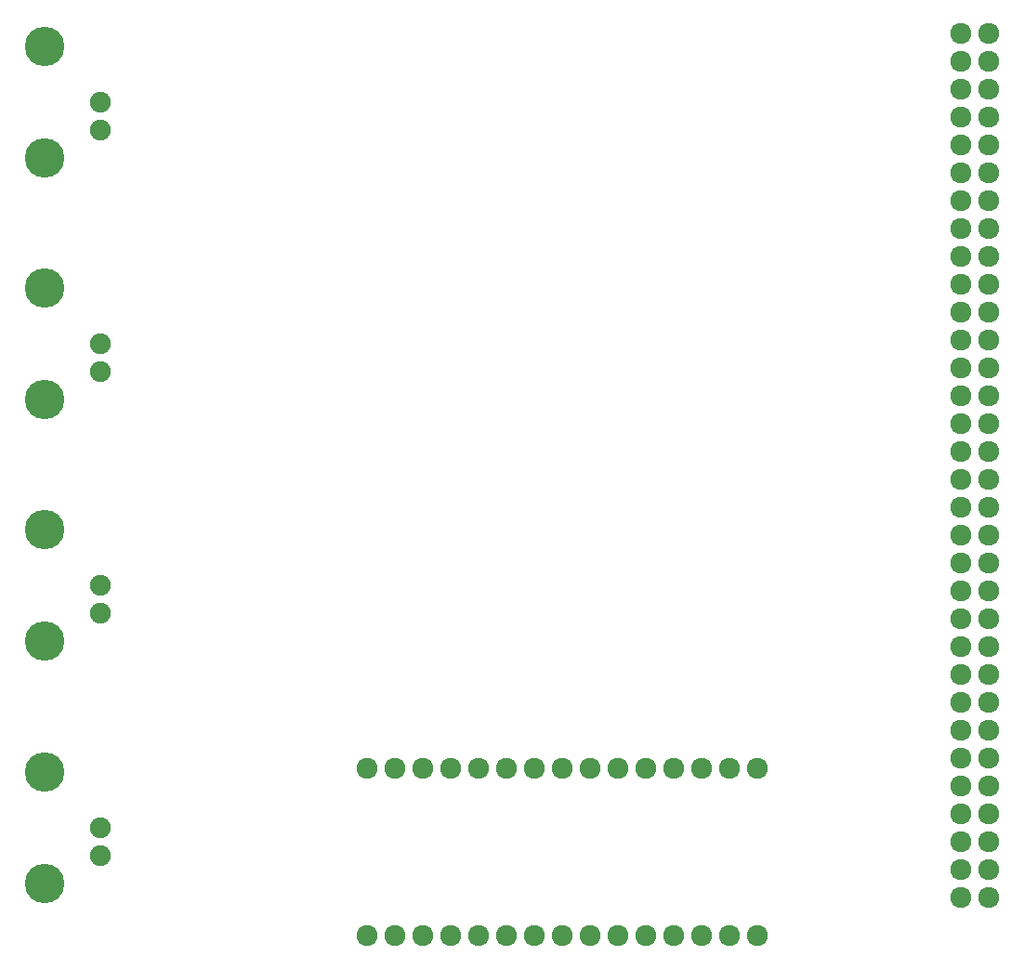
<source format=gbr>
G04 #@! TF.FileFunction,Soldermask,Bot*
%FSLAX46Y46*%
G04 Gerber Fmt 4.6, Leading zero omitted, Abs format (unit mm)*
G04 Created by KiCad (PCBNEW 4.0.7-e2-6376~61~ubuntu18.04.1) date Wed Mar 18 18:40:07 2020*
%MOMM*%
%LPD*%
G01*
G04 APERTURE LIST*
%ADD10C,0.100000*%
%ADD11C,1.900000*%
%ADD12C,3.600000*%
%ADD13C,1.924000*%
G04 APERTURE END LIST*
D10*
D11*
X134086600Y-75971400D03*
D12*
X129006600Y-68351400D03*
X129006600Y-78511400D03*
D11*
X134086600Y-73431400D03*
X134086600Y-98018600D03*
D12*
X129006600Y-90398600D03*
X129006600Y-100558600D03*
D11*
X134086600Y-95478600D03*
X134112000Y-120015000D03*
D12*
X129032000Y-112395000D03*
X129032000Y-122555000D03*
D11*
X134112000Y-117475000D03*
X134112000Y-142113000D03*
D12*
X129032000Y-134493000D03*
X129032000Y-144653000D03*
D11*
X134112000Y-139573000D03*
D13*
X212547200Y-67183000D03*
X212547200Y-69723000D03*
X212547200Y-72263000D03*
X212547200Y-74803000D03*
X212547200Y-77343000D03*
X212547200Y-79883000D03*
X212547200Y-82423000D03*
X212547200Y-84963000D03*
X212547200Y-87503000D03*
X212547200Y-90043000D03*
X212547200Y-92583000D03*
X212547200Y-95123000D03*
X212547200Y-97663000D03*
X212547200Y-100203000D03*
X212547200Y-102743000D03*
X212547200Y-105283000D03*
X212547200Y-107823000D03*
X212547200Y-110363000D03*
X212547200Y-112903000D03*
X212547200Y-115443000D03*
X212547200Y-117983000D03*
X212547200Y-120523000D03*
X212547200Y-123063000D03*
X212547200Y-125603000D03*
X212547200Y-128143000D03*
X212547200Y-130683000D03*
X212547200Y-133223000D03*
X212547200Y-135763000D03*
X212547200Y-138303000D03*
X212547200Y-140843000D03*
X212547200Y-143383000D03*
X212547200Y-145923000D03*
X215087200Y-67183000D03*
X215087200Y-69723000D03*
X215087200Y-72263000D03*
X215087200Y-74803000D03*
X215087200Y-77343000D03*
X215087200Y-79883000D03*
X215087200Y-82423000D03*
X215087200Y-84963000D03*
X215087200Y-87503000D03*
X215087200Y-90043000D03*
X215087200Y-92583000D03*
X215087200Y-95123000D03*
X215087200Y-97663000D03*
X215087200Y-100203000D03*
X215087200Y-102743000D03*
X215087200Y-105283000D03*
X215087200Y-107823000D03*
X215087200Y-110363000D03*
X215087200Y-112903000D03*
X215087200Y-115443000D03*
X215087200Y-117983000D03*
X215087200Y-120523000D03*
X215087200Y-123063000D03*
X215087200Y-125603000D03*
X215087200Y-128143000D03*
X215087200Y-130683000D03*
X215087200Y-133223000D03*
X215087200Y-135763000D03*
X215087200Y-138303000D03*
X215087200Y-140843000D03*
X215087200Y-143383000D03*
X215087200Y-145923000D03*
X193967100Y-134112000D03*
X191427100Y-134112000D03*
X188887100Y-134112000D03*
X186347100Y-134112000D03*
X183807100Y-134112000D03*
X181267100Y-134112000D03*
X178727100Y-134112000D03*
X176187100Y-134112000D03*
X173647100Y-134112000D03*
X171107100Y-134112000D03*
X168567100Y-134112000D03*
X166027100Y-134112000D03*
X163487100Y-134112000D03*
X160947100Y-134112000D03*
X158407100Y-134112000D03*
X158407100Y-149352000D03*
X160947100Y-149352000D03*
X163487100Y-149352000D03*
X166027100Y-149352000D03*
X168567100Y-149352000D03*
X171107100Y-149352000D03*
X173647100Y-149352000D03*
X176187100Y-149352000D03*
X178727100Y-149352000D03*
X181267100Y-149352000D03*
X183807100Y-149352000D03*
X186347100Y-149352000D03*
X188887100Y-149352000D03*
X191427100Y-149352000D03*
X193967100Y-149352000D03*
M02*

</source>
